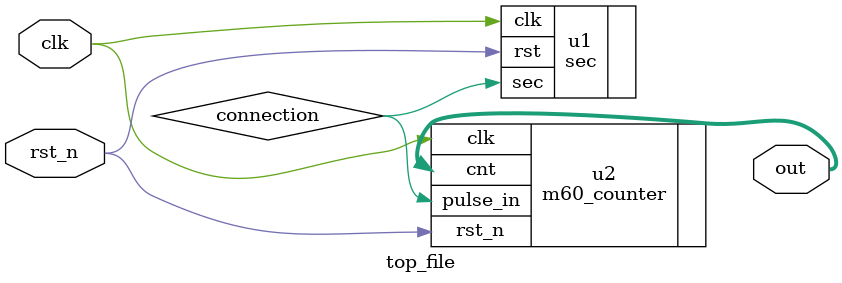
<source format=v>
`timescale 1ns / 1ps


module top_file(
input  wire clk,
input wire rst_n,
output wire [7:0]out
//output wire [3:0]out_h
);
wire connection;
sec u1(
.clk(clk),
.rst(rst_n),
.sec(connection)
);
m60_counter u2(
.clk(clk),
.rst_n(rst_n),
.pulse_in(connection),
.cnt(out[7:0])
);
endmodule

</source>
